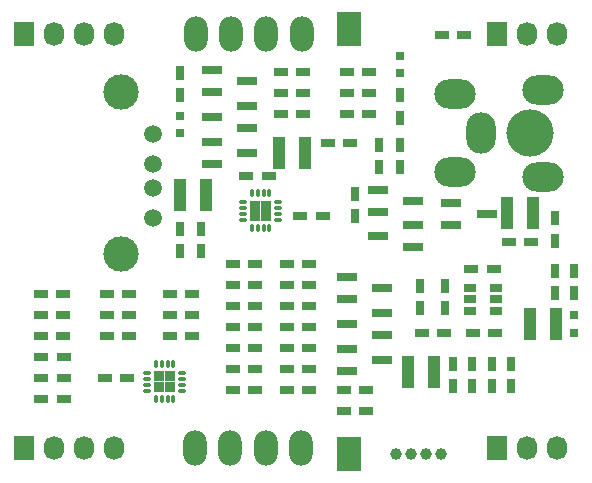
<source format=gts>
G04 #@! TF.FileFunction,Soldermask,Top*
%FSLAX46Y46*%
G04 Gerber Fmt 4.6, Leading zero omitted, Abs format (unit mm)*
G04 Created by KiCad (PCBNEW 4.0.2+dfsg1-stable) date tis  3 jan 2017 22:34:46*
%MOMM*%
G01*
G04 APERTURE LIST*
%ADD10C,0.100000*%
%ADD11R,0.750000X1.200000*%
%ADD12R,1.200000X0.750000*%
%ADD13O,0.750000X0.300000*%
%ADD14O,0.300000X0.750000*%
%ADD15R,0.900000X0.900000*%
%ADD16C,1.501140*%
%ADD17C,2.999740*%
%ADD18R,2.000000X3.000000*%
%ADD19O,2.000000X3.000000*%
%ADD20R,1.060000X0.650000*%
%ADD21R,1.800860X0.800100*%
%ADD22R,0.797560X0.797560*%
%ADD23R,1.727200X2.032000*%
%ADD24O,1.727200X2.032000*%
%ADD25C,1.000000*%
%ADD26O,3.500000X2.500000*%
%ADD27O,2.500000X3.500000*%
%ADD28C,4.000000*%
%ADD29R,1.000000X2.700000*%
G04 APERTURE END LIST*
D10*
D11*
X177393600Y-104963000D03*
X177393600Y-103063000D03*
D12*
X146720600Y-109474000D03*
X144820600Y-109474000D03*
D13*
X142898600Y-116153500D03*
X142898600Y-116653500D03*
X142898600Y-117153500D03*
X142898600Y-117653500D03*
D14*
X143623600Y-118378500D03*
X144123600Y-118378500D03*
X144623600Y-118378500D03*
X145123600Y-118378500D03*
D13*
X145848600Y-117653500D03*
X145848600Y-117153500D03*
X145848600Y-116653500D03*
X145848600Y-116153500D03*
D14*
X145123600Y-115428500D03*
X144623600Y-115428500D03*
X144123600Y-115428500D03*
X143623600Y-115428500D03*
D15*
X144823600Y-117353500D03*
X144823600Y-116453500D03*
X143923600Y-117353500D03*
X143923600Y-116453500D03*
D13*
X153976600Y-103188200D03*
X153976600Y-102688200D03*
X153976600Y-102188200D03*
X153976600Y-101688200D03*
D14*
X153251600Y-100963200D03*
X152751600Y-100963200D03*
X152251600Y-100963200D03*
X151751600Y-100963200D03*
D13*
X151026600Y-101688200D03*
X151026600Y-102188200D03*
X151026600Y-102688200D03*
X151026600Y-103188200D03*
D14*
X151751600Y-103913200D03*
X152251600Y-103913200D03*
X152751600Y-103913200D03*
X153251600Y-103913200D03*
D15*
X152051600Y-101988200D03*
X152051600Y-102888200D03*
X152951600Y-101988200D03*
X152951600Y-102888200D03*
D16*
X143359720Y-102997860D03*
X143359720Y-100457860D03*
X143359720Y-98425860D03*
X143359720Y-95885860D03*
D17*
X140692720Y-106045860D03*
X140692720Y-92329860D03*
D18*
X160000000Y-87000000D03*
X160000000Y-123000000D03*
D19*
X153000000Y-87500000D03*
X156000000Y-87500000D03*
X150000000Y-87500000D03*
X147000000Y-87500000D03*
X152933400Y-122504200D03*
X155946400Y-122500000D03*
X149946400Y-122500000D03*
X146989800Y-122504200D03*
D20*
X170197600Y-108981200D03*
X170197600Y-109931200D03*
X170197600Y-110881200D03*
X172397600Y-110881200D03*
X172397600Y-108981200D03*
X172397600Y-109931200D03*
D21*
X159788860Y-114112000D03*
X159788860Y-116012000D03*
X162791140Y-115062000D03*
X148358860Y-96586000D03*
X148358860Y-98486000D03*
X151361140Y-97536000D03*
X168653460Y-101729500D03*
X168653460Y-103629500D03*
X171655740Y-102679500D03*
X162791140Y-112964000D03*
X162791140Y-111064000D03*
X159788860Y-112014000D03*
X151361140Y-95438000D03*
X151361140Y-93538000D03*
X148358860Y-94488000D03*
X165432740Y-105534500D03*
X165432740Y-103634500D03*
X162430460Y-104584500D03*
X159788860Y-108016000D03*
X159788860Y-109916000D03*
X162791140Y-108966000D03*
X148358860Y-90490000D03*
X148358860Y-92390000D03*
X151361140Y-91440000D03*
X162430460Y-100650000D03*
X162430460Y-102550000D03*
X165432740Y-101600000D03*
D22*
X145643600Y-95872300D03*
X145643600Y-94373700D03*
X179000000Y-112749300D03*
X179000000Y-111250700D03*
X164312600Y-89293700D03*
X164312600Y-90792300D03*
D12*
X152054600Y-117602000D03*
X150154600Y-117602000D03*
X159806600Y-92456000D03*
X161706600Y-92456000D03*
X133898600Y-111252000D03*
X135798600Y-111252000D03*
D11*
X172059600Y-115382000D03*
X172059600Y-117282000D03*
D12*
X158206400Y-96723200D03*
X160106400Y-96723200D03*
X175422600Y-105029000D03*
X173522600Y-105029000D03*
X156626600Y-108712000D03*
X154726600Y-108712000D03*
X154218600Y-92456000D03*
X156118600Y-92456000D03*
D11*
X164312600Y-96840000D03*
X164312600Y-98740000D03*
D12*
X154726600Y-112268000D03*
X156626600Y-112268000D03*
X154726600Y-114046000D03*
X156626600Y-114046000D03*
X154726600Y-115824000D03*
X156626600Y-115824000D03*
X167858400Y-87528400D03*
X169758400Y-87528400D03*
D11*
X145643600Y-103952000D03*
X145643600Y-105852000D03*
X147421600Y-103952000D03*
X147421600Y-105852000D03*
X177469800Y-109408000D03*
X177469800Y-107508000D03*
D12*
X151297600Y-99491800D03*
X153197600Y-99491800D03*
X172374600Y-112801400D03*
X170474600Y-112801400D03*
X172247600Y-107391200D03*
X170347600Y-107391200D03*
X155869600Y-102870000D03*
X157769600Y-102870000D03*
X139296100Y-116586000D03*
X141196100Y-116586000D03*
D11*
X164312600Y-92649000D03*
X164312600Y-94549000D03*
X168148000Y-110678000D03*
X168148000Y-108778000D03*
X165963600Y-108778000D03*
X165963600Y-110678000D03*
D12*
X166131200Y-112776000D03*
X168031200Y-112776000D03*
D11*
X179044600Y-109408000D03*
X179044600Y-107508000D03*
X145643600Y-92644000D03*
X145643600Y-90744000D03*
D12*
X135798600Y-113030000D03*
X133898600Y-113030000D03*
X139486600Y-109474000D03*
X141386600Y-109474000D03*
X133924000Y-114808000D03*
X135824000Y-114808000D03*
X141386600Y-111252000D03*
X139486600Y-111252000D03*
X146720600Y-113030000D03*
X144820600Y-113030000D03*
X152054600Y-110490000D03*
X150154600Y-110490000D03*
X133924000Y-116586000D03*
X135824000Y-116586000D03*
X135824000Y-118364000D03*
X133924000Y-118364000D03*
X144820600Y-111252000D03*
X146720600Y-111252000D03*
X150154600Y-108712000D03*
X152054600Y-108712000D03*
X152054600Y-115824000D03*
X150154600Y-115824000D03*
X152054600Y-114046000D03*
X150154600Y-114046000D03*
X152054600Y-112268000D03*
X150154600Y-112268000D03*
D11*
X162534600Y-96840000D03*
X162534600Y-98740000D03*
D12*
X154218600Y-90678000D03*
X156118600Y-90678000D03*
X156626600Y-110490000D03*
X154726600Y-110490000D03*
D11*
X160502600Y-102880200D03*
X160502600Y-100980200D03*
D12*
X154218600Y-94234000D03*
X156118600Y-94234000D03*
X161452600Y-117602000D03*
X159552600Y-117602000D03*
X161706600Y-94234000D03*
X159806600Y-94234000D03*
D11*
X168757600Y-117282000D03*
X168757600Y-115382000D03*
D12*
X135798600Y-109474000D03*
X133898600Y-109474000D03*
X161706600Y-90678000D03*
X159806600Y-90678000D03*
X156626600Y-117602000D03*
X154726600Y-117602000D03*
D23*
X132500000Y-87500000D03*
D24*
X135040000Y-87500000D03*
X137580000Y-87500000D03*
X140120000Y-87500000D03*
D23*
X132500000Y-122500000D03*
D24*
X135040000Y-122500000D03*
X137580000Y-122500000D03*
X140120000Y-122500000D03*
D25*
X167750000Y-123000000D03*
X166500000Y-123000000D03*
X164000000Y-123000000D03*
X165250000Y-123000000D03*
D23*
X172500000Y-122500000D03*
D24*
X175040000Y-122500000D03*
X177580000Y-122500000D03*
D23*
X172500000Y-87500000D03*
D24*
X175040000Y-87500000D03*
X177580000Y-87500000D03*
D26*
X176396000Y-92159600D03*
X176396000Y-99559600D03*
X168996000Y-99159600D03*
D27*
X171196000Y-95859600D03*
D26*
X168996000Y-92559600D03*
D28*
X175296000Y-95859600D03*
D29*
X177477600Y-112014000D03*
X175277600Y-112014000D03*
X145686600Y-101092000D03*
X147886600Y-101092000D03*
X175572600Y-102616000D03*
X173372600Y-102616000D03*
X156294000Y-97536000D03*
X154094000Y-97536000D03*
X167216000Y-116078000D03*
X165016000Y-116078000D03*
D11*
X170408600Y-115382000D03*
X170408600Y-117282000D03*
D12*
X152054600Y-106934000D03*
X150154600Y-106934000D03*
D11*
X173710600Y-117282000D03*
X173710600Y-115382000D03*
D12*
X156626600Y-106934000D03*
X154726600Y-106934000D03*
X159552600Y-119380000D03*
X161452600Y-119380000D03*
X141386600Y-113030000D03*
X139486600Y-113030000D03*
M02*

</source>
